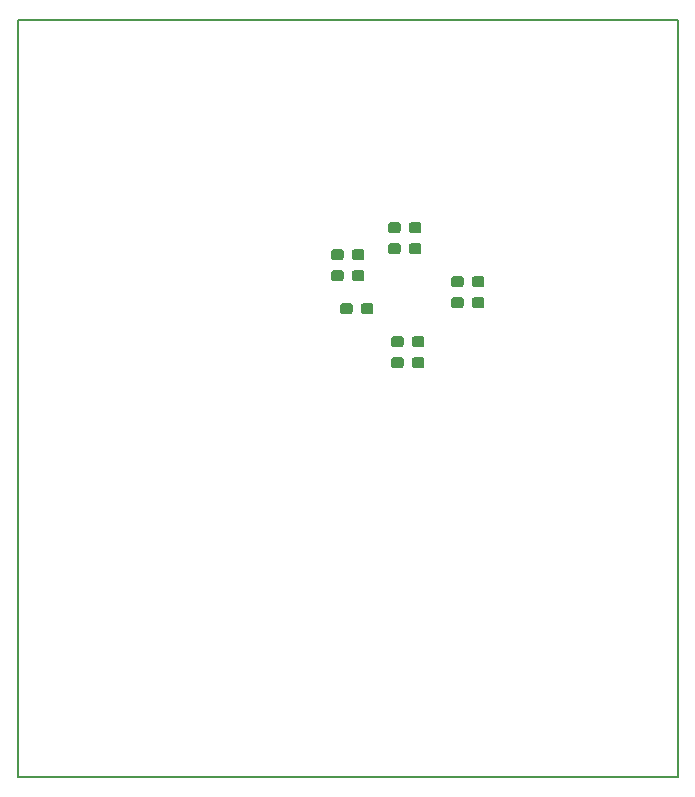
<source format=gbr>
%TF.GenerationSoftware,KiCad,Pcbnew,(5.0.2)-1*%
%TF.CreationDate,2019-02-18T18:23:53-07:00*%
%TF.ProjectId,ParkingSystem,5061726b-696e-4675-9379-7374656d2e6b,v01*%
%TF.SameCoordinates,Original*%
%TF.FileFunction,Paste,Bot*%
%TF.FilePolarity,Positive*%
%FSLAX46Y46*%
G04 Gerber Fmt 4.6, Leading zero omitted, Abs format (unit mm)*
G04 Created by KiCad (PCBNEW (5.0.2)-1) date 2019-02-18 6:23:53 PM*
%MOMM*%
%LPD*%
G01*
G04 APERTURE LIST*
%ADD10C,0.200000*%
%ADD11C,0.150000*%
%ADD12C,0.950000*%
G04 APERTURE END LIST*
D10*
X124460000Y-99060000D02*
X68580000Y-99060000D01*
X124460000Y-35000000D02*
X124460000Y-99060000D01*
X68580000Y-35000000D02*
X124460000Y-35000000D01*
X68580000Y-99060000D02*
X68580000Y-35000000D01*
D11*
G36*
X95955779Y-56168144D02*
X95978834Y-56171563D01*
X96001443Y-56177227D01*
X96023387Y-56185079D01*
X96044457Y-56195044D01*
X96064448Y-56207026D01*
X96083168Y-56220910D01*
X96100438Y-56236562D01*
X96116090Y-56253832D01*
X96129974Y-56272552D01*
X96141956Y-56292543D01*
X96151921Y-56313613D01*
X96159773Y-56335557D01*
X96165437Y-56358166D01*
X96168856Y-56381221D01*
X96170000Y-56404500D01*
X96170000Y-56879500D01*
X96168856Y-56902779D01*
X96165437Y-56925834D01*
X96159773Y-56948443D01*
X96151921Y-56970387D01*
X96141956Y-56991457D01*
X96129974Y-57011448D01*
X96116090Y-57030168D01*
X96100438Y-57047438D01*
X96083168Y-57063090D01*
X96064448Y-57076974D01*
X96044457Y-57088956D01*
X96023387Y-57098921D01*
X96001443Y-57106773D01*
X95978834Y-57112437D01*
X95955779Y-57115856D01*
X95932500Y-57117000D01*
X95357500Y-57117000D01*
X95334221Y-57115856D01*
X95311166Y-57112437D01*
X95288557Y-57106773D01*
X95266613Y-57098921D01*
X95245543Y-57088956D01*
X95225552Y-57076974D01*
X95206832Y-57063090D01*
X95189562Y-57047438D01*
X95173910Y-57030168D01*
X95160026Y-57011448D01*
X95148044Y-56991457D01*
X95138079Y-56970387D01*
X95130227Y-56948443D01*
X95124563Y-56925834D01*
X95121144Y-56902779D01*
X95120000Y-56879500D01*
X95120000Y-56404500D01*
X95121144Y-56381221D01*
X95124563Y-56358166D01*
X95130227Y-56335557D01*
X95138079Y-56313613D01*
X95148044Y-56292543D01*
X95160026Y-56272552D01*
X95173910Y-56253832D01*
X95189562Y-56236562D01*
X95206832Y-56220910D01*
X95225552Y-56207026D01*
X95245543Y-56195044D01*
X95266613Y-56185079D01*
X95288557Y-56177227D01*
X95311166Y-56171563D01*
X95334221Y-56168144D01*
X95357500Y-56167000D01*
X95932500Y-56167000D01*
X95955779Y-56168144D01*
X95955779Y-56168144D01*
G37*
D12*
X95645000Y-56642000D03*
D11*
G36*
X97705779Y-56168144D02*
X97728834Y-56171563D01*
X97751443Y-56177227D01*
X97773387Y-56185079D01*
X97794457Y-56195044D01*
X97814448Y-56207026D01*
X97833168Y-56220910D01*
X97850438Y-56236562D01*
X97866090Y-56253832D01*
X97879974Y-56272552D01*
X97891956Y-56292543D01*
X97901921Y-56313613D01*
X97909773Y-56335557D01*
X97915437Y-56358166D01*
X97918856Y-56381221D01*
X97920000Y-56404500D01*
X97920000Y-56879500D01*
X97918856Y-56902779D01*
X97915437Y-56925834D01*
X97909773Y-56948443D01*
X97901921Y-56970387D01*
X97891956Y-56991457D01*
X97879974Y-57011448D01*
X97866090Y-57030168D01*
X97850438Y-57047438D01*
X97833168Y-57063090D01*
X97814448Y-57076974D01*
X97794457Y-57088956D01*
X97773387Y-57098921D01*
X97751443Y-57106773D01*
X97728834Y-57112437D01*
X97705779Y-57115856D01*
X97682500Y-57117000D01*
X97107500Y-57117000D01*
X97084221Y-57115856D01*
X97061166Y-57112437D01*
X97038557Y-57106773D01*
X97016613Y-57098921D01*
X96995543Y-57088956D01*
X96975552Y-57076974D01*
X96956832Y-57063090D01*
X96939562Y-57047438D01*
X96923910Y-57030168D01*
X96910026Y-57011448D01*
X96898044Y-56991457D01*
X96888079Y-56970387D01*
X96880227Y-56948443D01*
X96874563Y-56925834D01*
X96871144Y-56902779D01*
X96870000Y-56879500D01*
X96870000Y-56404500D01*
X96871144Y-56381221D01*
X96874563Y-56358166D01*
X96880227Y-56335557D01*
X96888079Y-56313613D01*
X96898044Y-56292543D01*
X96910026Y-56272552D01*
X96923910Y-56253832D01*
X96939562Y-56236562D01*
X96956832Y-56220910D01*
X96975552Y-56207026D01*
X96995543Y-56195044D01*
X97016613Y-56185079D01*
X97038557Y-56177227D01*
X97061166Y-56171563D01*
X97084221Y-56168144D01*
X97107500Y-56167000D01*
X97682500Y-56167000D01*
X97705779Y-56168144D01*
X97705779Y-56168144D01*
G37*
D12*
X97395000Y-56642000D03*
D11*
G36*
X101035779Y-63534144D02*
X101058834Y-63537563D01*
X101081443Y-63543227D01*
X101103387Y-63551079D01*
X101124457Y-63561044D01*
X101144448Y-63573026D01*
X101163168Y-63586910D01*
X101180438Y-63602562D01*
X101196090Y-63619832D01*
X101209974Y-63638552D01*
X101221956Y-63658543D01*
X101231921Y-63679613D01*
X101239773Y-63701557D01*
X101245437Y-63724166D01*
X101248856Y-63747221D01*
X101250000Y-63770500D01*
X101250000Y-64245500D01*
X101248856Y-64268779D01*
X101245437Y-64291834D01*
X101239773Y-64314443D01*
X101231921Y-64336387D01*
X101221956Y-64357457D01*
X101209974Y-64377448D01*
X101196090Y-64396168D01*
X101180438Y-64413438D01*
X101163168Y-64429090D01*
X101144448Y-64442974D01*
X101124457Y-64454956D01*
X101103387Y-64464921D01*
X101081443Y-64472773D01*
X101058834Y-64478437D01*
X101035779Y-64481856D01*
X101012500Y-64483000D01*
X100437500Y-64483000D01*
X100414221Y-64481856D01*
X100391166Y-64478437D01*
X100368557Y-64472773D01*
X100346613Y-64464921D01*
X100325543Y-64454956D01*
X100305552Y-64442974D01*
X100286832Y-64429090D01*
X100269562Y-64413438D01*
X100253910Y-64396168D01*
X100240026Y-64377448D01*
X100228044Y-64357457D01*
X100218079Y-64336387D01*
X100210227Y-64314443D01*
X100204563Y-64291834D01*
X100201144Y-64268779D01*
X100200000Y-64245500D01*
X100200000Y-63770500D01*
X100201144Y-63747221D01*
X100204563Y-63724166D01*
X100210227Y-63701557D01*
X100218079Y-63679613D01*
X100228044Y-63658543D01*
X100240026Y-63638552D01*
X100253910Y-63619832D01*
X100269562Y-63602562D01*
X100286832Y-63586910D01*
X100305552Y-63573026D01*
X100325543Y-63561044D01*
X100346613Y-63551079D01*
X100368557Y-63543227D01*
X100391166Y-63537563D01*
X100414221Y-63534144D01*
X100437500Y-63533000D01*
X101012500Y-63533000D01*
X101035779Y-63534144D01*
X101035779Y-63534144D01*
G37*
D12*
X100725000Y-64008000D03*
D11*
G36*
X102785779Y-63534144D02*
X102808834Y-63537563D01*
X102831443Y-63543227D01*
X102853387Y-63551079D01*
X102874457Y-63561044D01*
X102894448Y-63573026D01*
X102913168Y-63586910D01*
X102930438Y-63602562D01*
X102946090Y-63619832D01*
X102959974Y-63638552D01*
X102971956Y-63658543D01*
X102981921Y-63679613D01*
X102989773Y-63701557D01*
X102995437Y-63724166D01*
X102998856Y-63747221D01*
X103000000Y-63770500D01*
X103000000Y-64245500D01*
X102998856Y-64268779D01*
X102995437Y-64291834D01*
X102989773Y-64314443D01*
X102981921Y-64336387D01*
X102971956Y-64357457D01*
X102959974Y-64377448D01*
X102946090Y-64396168D01*
X102930438Y-64413438D01*
X102913168Y-64429090D01*
X102894448Y-64442974D01*
X102874457Y-64454956D01*
X102853387Y-64464921D01*
X102831443Y-64472773D01*
X102808834Y-64478437D01*
X102785779Y-64481856D01*
X102762500Y-64483000D01*
X102187500Y-64483000D01*
X102164221Y-64481856D01*
X102141166Y-64478437D01*
X102118557Y-64472773D01*
X102096613Y-64464921D01*
X102075543Y-64454956D01*
X102055552Y-64442974D01*
X102036832Y-64429090D01*
X102019562Y-64413438D01*
X102003910Y-64396168D01*
X101990026Y-64377448D01*
X101978044Y-64357457D01*
X101968079Y-64336387D01*
X101960227Y-64314443D01*
X101954563Y-64291834D01*
X101951144Y-64268779D01*
X101950000Y-64245500D01*
X101950000Y-63770500D01*
X101951144Y-63747221D01*
X101954563Y-63724166D01*
X101960227Y-63701557D01*
X101968079Y-63679613D01*
X101978044Y-63658543D01*
X101990026Y-63638552D01*
X102003910Y-63619832D01*
X102019562Y-63602562D01*
X102036832Y-63586910D01*
X102055552Y-63573026D01*
X102075543Y-63561044D01*
X102096613Y-63551079D01*
X102118557Y-63543227D01*
X102141166Y-63537563D01*
X102164221Y-63534144D01*
X102187500Y-63533000D01*
X102762500Y-63533000D01*
X102785779Y-63534144D01*
X102785779Y-63534144D01*
G37*
D12*
X102475000Y-64008000D03*
D11*
G36*
X106115779Y-56676144D02*
X106138834Y-56679563D01*
X106161443Y-56685227D01*
X106183387Y-56693079D01*
X106204457Y-56703044D01*
X106224448Y-56715026D01*
X106243168Y-56728910D01*
X106260438Y-56744562D01*
X106276090Y-56761832D01*
X106289974Y-56780552D01*
X106301956Y-56800543D01*
X106311921Y-56821613D01*
X106319773Y-56843557D01*
X106325437Y-56866166D01*
X106328856Y-56889221D01*
X106330000Y-56912500D01*
X106330000Y-57387500D01*
X106328856Y-57410779D01*
X106325437Y-57433834D01*
X106319773Y-57456443D01*
X106311921Y-57478387D01*
X106301956Y-57499457D01*
X106289974Y-57519448D01*
X106276090Y-57538168D01*
X106260438Y-57555438D01*
X106243168Y-57571090D01*
X106224448Y-57584974D01*
X106204457Y-57596956D01*
X106183387Y-57606921D01*
X106161443Y-57614773D01*
X106138834Y-57620437D01*
X106115779Y-57623856D01*
X106092500Y-57625000D01*
X105517500Y-57625000D01*
X105494221Y-57623856D01*
X105471166Y-57620437D01*
X105448557Y-57614773D01*
X105426613Y-57606921D01*
X105405543Y-57596956D01*
X105385552Y-57584974D01*
X105366832Y-57571090D01*
X105349562Y-57555438D01*
X105333910Y-57538168D01*
X105320026Y-57519448D01*
X105308044Y-57499457D01*
X105298079Y-57478387D01*
X105290227Y-57456443D01*
X105284563Y-57433834D01*
X105281144Y-57410779D01*
X105280000Y-57387500D01*
X105280000Y-56912500D01*
X105281144Y-56889221D01*
X105284563Y-56866166D01*
X105290227Y-56843557D01*
X105298079Y-56821613D01*
X105308044Y-56800543D01*
X105320026Y-56780552D01*
X105333910Y-56761832D01*
X105349562Y-56744562D01*
X105366832Y-56728910D01*
X105385552Y-56715026D01*
X105405543Y-56703044D01*
X105426613Y-56693079D01*
X105448557Y-56685227D01*
X105471166Y-56679563D01*
X105494221Y-56676144D01*
X105517500Y-56675000D01*
X106092500Y-56675000D01*
X106115779Y-56676144D01*
X106115779Y-56676144D01*
G37*
D12*
X105805000Y-57150000D03*
D11*
G36*
X107865779Y-56676144D02*
X107888834Y-56679563D01*
X107911443Y-56685227D01*
X107933387Y-56693079D01*
X107954457Y-56703044D01*
X107974448Y-56715026D01*
X107993168Y-56728910D01*
X108010438Y-56744562D01*
X108026090Y-56761832D01*
X108039974Y-56780552D01*
X108051956Y-56800543D01*
X108061921Y-56821613D01*
X108069773Y-56843557D01*
X108075437Y-56866166D01*
X108078856Y-56889221D01*
X108080000Y-56912500D01*
X108080000Y-57387500D01*
X108078856Y-57410779D01*
X108075437Y-57433834D01*
X108069773Y-57456443D01*
X108061921Y-57478387D01*
X108051956Y-57499457D01*
X108039974Y-57519448D01*
X108026090Y-57538168D01*
X108010438Y-57555438D01*
X107993168Y-57571090D01*
X107974448Y-57584974D01*
X107954457Y-57596956D01*
X107933387Y-57606921D01*
X107911443Y-57614773D01*
X107888834Y-57620437D01*
X107865779Y-57623856D01*
X107842500Y-57625000D01*
X107267500Y-57625000D01*
X107244221Y-57623856D01*
X107221166Y-57620437D01*
X107198557Y-57614773D01*
X107176613Y-57606921D01*
X107155543Y-57596956D01*
X107135552Y-57584974D01*
X107116832Y-57571090D01*
X107099562Y-57555438D01*
X107083910Y-57538168D01*
X107070026Y-57519448D01*
X107058044Y-57499457D01*
X107048079Y-57478387D01*
X107040227Y-57456443D01*
X107034563Y-57433834D01*
X107031144Y-57410779D01*
X107030000Y-57387500D01*
X107030000Y-56912500D01*
X107031144Y-56889221D01*
X107034563Y-56866166D01*
X107040227Y-56843557D01*
X107048079Y-56821613D01*
X107058044Y-56800543D01*
X107070026Y-56780552D01*
X107083910Y-56761832D01*
X107099562Y-56744562D01*
X107116832Y-56728910D01*
X107135552Y-56715026D01*
X107155543Y-56703044D01*
X107176613Y-56693079D01*
X107198557Y-56685227D01*
X107221166Y-56679563D01*
X107244221Y-56676144D01*
X107267500Y-56675000D01*
X107842500Y-56675000D01*
X107865779Y-56676144D01*
X107865779Y-56676144D01*
G37*
D12*
X107555000Y-57150000D03*
D11*
G36*
X101035779Y-61756144D02*
X101058834Y-61759563D01*
X101081443Y-61765227D01*
X101103387Y-61773079D01*
X101124457Y-61783044D01*
X101144448Y-61795026D01*
X101163168Y-61808910D01*
X101180438Y-61824562D01*
X101196090Y-61841832D01*
X101209974Y-61860552D01*
X101221956Y-61880543D01*
X101231921Y-61901613D01*
X101239773Y-61923557D01*
X101245437Y-61946166D01*
X101248856Y-61969221D01*
X101250000Y-61992500D01*
X101250000Y-62467500D01*
X101248856Y-62490779D01*
X101245437Y-62513834D01*
X101239773Y-62536443D01*
X101231921Y-62558387D01*
X101221956Y-62579457D01*
X101209974Y-62599448D01*
X101196090Y-62618168D01*
X101180438Y-62635438D01*
X101163168Y-62651090D01*
X101144448Y-62664974D01*
X101124457Y-62676956D01*
X101103387Y-62686921D01*
X101081443Y-62694773D01*
X101058834Y-62700437D01*
X101035779Y-62703856D01*
X101012500Y-62705000D01*
X100437500Y-62705000D01*
X100414221Y-62703856D01*
X100391166Y-62700437D01*
X100368557Y-62694773D01*
X100346613Y-62686921D01*
X100325543Y-62676956D01*
X100305552Y-62664974D01*
X100286832Y-62651090D01*
X100269562Y-62635438D01*
X100253910Y-62618168D01*
X100240026Y-62599448D01*
X100228044Y-62579457D01*
X100218079Y-62558387D01*
X100210227Y-62536443D01*
X100204563Y-62513834D01*
X100201144Y-62490779D01*
X100200000Y-62467500D01*
X100200000Y-61992500D01*
X100201144Y-61969221D01*
X100204563Y-61946166D01*
X100210227Y-61923557D01*
X100218079Y-61901613D01*
X100228044Y-61880543D01*
X100240026Y-61860552D01*
X100253910Y-61841832D01*
X100269562Y-61824562D01*
X100286832Y-61808910D01*
X100305552Y-61795026D01*
X100325543Y-61783044D01*
X100346613Y-61773079D01*
X100368557Y-61765227D01*
X100391166Y-61759563D01*
X100414221Y-61756144D01*
X100437500Y-61755000D01*
X101012500Y-61755000D01*
X101035779Y-61756144D01*
X101035779Y-61756144D01*
G37*
D12*
X100725000Y-62230000D03*
D11*
G36*
X102785779Y-61756144D02*
X102808834Y-61759563D01*
X102831443Y-61765227D01*
X102853387Y-61773079D01*
X102874457Y-61783044D01*
X102894448Y-61795026D01*
X102913168Y-61808910D01*
X102930438Y-61824562D01*
X102946090Y-61841832D01*
X102959974Y-61860552D01*
X102971956Y-61880543D01*
X102981921Y-61901613D01*
X102989773Y-61923557D01*
X102995437Y-61946166D01*
X102998856Y-61969221D01*
X103000000Y-61992500D01*
X103000000Y-62467500D01*
X102998856Y-62490779D01*
X102995437Y-62513834D01*
X102989773Y-62536443D01*
X102981921Y-62558387D01*
X102971956Y-62579457D01*
X102959974Y-62599448D01*
X102946090Y-62618168D01*
X102930438Y-62635438D01*
X102913168Y-62651090D01*
X102894448Y-62664974D01*
X102874457Y-62676956D01*
X102853387Y-62686921D01*
X102831443Y-62694773D01*
X102808834Y-62700437D01*
X102785779Y-62703856D01*
X102762500Y-62705000D01*
X102187500Y-62705000D01*
X102164221Y-62703856D01*
X102141166Y-62700437D01*
X102118557Y-62694773D01*
X102096613Y-62686921D01*
X102075543Y-62676956D01*
X102055552Y-62664974D01*
X102036832Y-62651090D01*
X102019562Y-62635438D01*
X102003910Y-62618168D01*
X101990026Y-62599448D01*
X101978044Y-62579457D01*
X101968079Y-62558387D01*
X101960227Y-62536443D01*
X101954563Y-62513834D01*
X101951144Y-62490779D01*
X101950000Y-62467500D01*
X101950000Y-61992500D01*
X101951144Y-61969221D01*
X101954563Y-61946166D01*
X101960227Y-61923557D01*
X101968079Y-61901613D01*
X101978044Y-61880543D01*
X101990026Y-61860552D01*
X102003910Y-61841832D01*
X102019562Y-61824562D01*
X102036832Y-61808910D01*
X102055552Y-61795026D01*
X102075543Y-61783044D01*
X102096613Y-61773079D01*
X102118557Y-61765227D01*
X102141166Y-61759563D01*
X102164221Y-61756144D01*
X102187500Y-61755000D01*
X102762500Y-61755000D01*
X102785779Y-61756144D01*
X102785779Y-61756144D01*
G37*
D12*
X102475000Y-62230000D03*
D11*
G36*
X106115779Y-58454144D02*
X106138834Y-58457563D01*
X106161443Y-58463227D01*
X106183387Y-58471079D01*
X106204457Y-58481044D01*
X106224448Y-58493026D01*
X106243168Y-58506910D01*
X106260438Y-58522562D01*
X106276090Y-58539832D01*
X106289974Y-58558552D01*
X106301956Y-58578543D01*
X106311921Y-58599613D01*
X106319773Y-58621557D01*
X106325437Y-58644166D01*
X106328856Y-58667221D01*
X106330000Y-58690500D01*
X106330000Y-59165500D01*
X106328856Y-59188779D01*
X106325437Y-59211834D01*
X106319773Y-59234443D01*
X106311921Y-59256387D01*
X106301956Y-59277457D01*
X106289974Y-59297448D01*
X106276090Y-59316168D01*
X106260438Y-59333438D01*
X106243168Y-59349090D01*
X106224448Y-59362974D01*
X106204457Y-59374956D01*
X106183387Y-59384921D01*
X106161443Y-59392773D01*
X106138834Y-59398437D01*
X106115779Y-59401856D01*
X106092500Y-59403000D01*
X105517500Y-59403000D01*
X105494221Y-59401856D01*
X105471166Y-59398437D01*
X105448557Y-59392773D01*
X105426613Y-59384921D01*
X105405543Y-59374956D01*
X105385552Y-59362974D01*
X105366832Y-59349090D01*
X105349562Y-59333438D01*
X105333910Y-59316168D01*
X105320026Y-59297448D01*
X105308044Y-59277457D01*
X105298079Y-59256387D01*
X105290227Y-59234443D01*
X105284563Y-59211834D01*
X105281144Y-59188779D01*
X105280000Y-59165500D01*
X105280000Y-58690500D01*
X105281144Y-58667221D01*
X105284563Y-58644166D01*
X105290227Y-58621557D01*
X105298079Y-58599613D01*
X105308044Y-58578543D01*
X105320026Y-58558552D01*
X105333910Y-58539832D01*
X105349562Y-58522562D01*
X105366832Y-58506910D01*
X105385552Y-58493026D01*
X105405543Y-58481044D01*
X105426613Y-58471079D01*
X105448557Y-58463227D01*
X105471166Y-58457563D01*
X105494221Y-58454144D01*
X105517500Y-58453000D01*
X106092500Y-58453000D01*
X106115779Y-58454144D01*
X106115779Y-58454144D01*
G37*
D12*
X105805000Y-58928000D03*
D11*
G36*
X107865779Y-58454144D02*
X107888834Y-58457563D01*
X107911443Y-58463227D01*
X107933387Y-58471079D01*
X107954457Y-58481044D01*
X107974448Y-58493026D01*
X107993168Y-58506910D01*
X108010438Y-58522562D01*
X108026090Y-58539832D01*
X108039974Y-58558552D01*
X108051956Y-58578543D01*
X108061921Y-58599613D01*
X108069773Y-58621557D01*
X108075437Y-58644166D01*
X108078856Y-58667221D01*
X108080000Y-58690500D01*
X108080000Y-59165500D01*
X108078856Y-59188779D01*
X108075437Y-59211834D01*
X108069773Y-59234443D01*
X108061921Y-59256387D01*
X108051956Y-59277457D01*
X108039974Y-59297448D01*
X108026090Y-59316168D01*
X108010438Y-59333438D01*
X107993168Y-59349090D01*
X107974448Y-59362974D01*
X107954457Y-59374956D01*
X107933387Y-59384921D01*
X107911443Y-59392773D01*
X107888834Y-59398437D01*
X107865779Y-59401856D01*
X107842500Y-59403000D01*
X107267500Y-59403000D01*
X107244221Y-59401856D01*
X107221166Y-59398437D01*
X107198557Y-59392773D01*
X107176613Y-59384921D01*
X107155543Y-59374956D01*
X107135552Y-59362974D01*
X107116832Y-59349090D01*
X107099562Y-59333438D01*
X107083910Y-59316168D01*
X107070026Y-59297448D01*
X107058044Y-59277457D01*
X107048079Y-59256387D01*
X107040227Y-59234443D01*
X107034563Y-59211834D01*
X107031144Y-59188779D01*
X107030000Y-59165500D01*
X107030000Y-58690500D01*
X107031144Y-58667221D01*
X107034563Y-58644166D01*
X107040227Y-58621557D01*
X107048079Y-58599613D01*
X107058044Y-58578543D01*
X107070026Y-58558552D01*
X107083910Y-58539832D01*
X107099562Y-58522562D01*
X107116832Y-58506910D01*
X107135552Y-58493026D01*
X107155543Y-58481044D01*
X107176613Y-58471079D01*
X107198557Y-58463227D01*
X107221166Y-58457563D01*
X107244221Y-58454144D01*
X107267500Y-58453000D01*
X107842500Y-58453000D01*
X107865779Y-58454144D01*
X107865779Y-58454144D01*
G37*
D12*
X107555000Y-58928000D03*
D11*
G36*
X95955779Y-54390144D02*
X95978834Y-54393563D01*
X96001443Y-54399227D01*
X96023387Y-54407079D01*
X96044457Y-54417044D01*
X96064448Y-54429026D01*
X96083168Y-54442910D01*
X96100438Y-54458562D01*
X96116090Y-54475832D01*
X96129974Y-54494552D01*
X96141956Y-54514543D01*
X96151921Y-54535613D01*
X96159773Y-54557557D01*
X96165437Y-54580166D01*
X96168856Y-54603221D01*
X96170000Y-54626500D01*
X96170000Y-55101500D01*
X96168856Y-55124779D01*
X96165437Y-55147834D01*
X96159773Y-55170443D01*
X96151921Y-55192387D01*
X96141956Y-55213457D01*
X96129974Y-55233448D01*
X96116090Y-55252168D01*
X96100438Y-55269438D01*
X96083168Y-55285090D01*
X96064448Y-55298974D01*
X96044457Y-55310956D01*
X96023387Y-55320921D01*
X96001443Y-55328773D01*
X95978834Y-55334437D01*
X95955779Y-55337856D01*
X95932500Y-55339000D01*
X95357500Y-55339000D01*
X95334221Y-55337856D01*
X95311166Y-55334437D01*
X95288557Y-55328773D01*
X95266613Y-55320921D01*
X95245543Y-55310956D01*
X95225552Y-55298974D01*
X95206832Y-55285090D01*
X95189562Y-55269438D01*
X95173910Y-55252168D01*
X95160026Y-55233448D01*
X95148044Y-55213457D01*
X95138079Y-55192387D01*
X95130227Y-55170443D01*
X95124563Y-55147834D01*
X95121144Y-55124779D01*
X95120000Y-55101500D01*
X95120000Y-54626500D01*
X95121144Y-54603221D01*
X95124563Y-54580166D01*
X95130227Y-54557557D01*
X95138079Y-54535613D01*
X95148044Y-54514543D01*
X95160026Y-54494552D01*
X95173910Y-54475832D01*
X95189562Y-54458562D01*
X95206832Y-54442910D01*
X95225552Y-54429026D01*
X95245543Y-54417044D01*
X95266613Y-54407079D01*
X95288557Y-54399227D01*
X95311166Y-54393563D01*
X95334221Y-54390144D01*
X95357500Y-54389000D01*
X95932500Y-54389000D01*
X95955779Y-54390144D01*
X95955779Y-54390144D01*
G37*
D12*
X95645000Y-54864000D03*
D11*
G36*
X97705779Y-54390144D02*
X97728834Y-54393563D01*
X97751443Y-54399227D01*
X97773387Y-54407079D01*
X97794457Y-54417044D01*
X97814448Y-54429026D01*
X97833168Y-54442910D01*
X97850438Y-54458562D01*
X97866090Y-54475832D01*
X97879974Y-54494552D01*
X97891956Y-54514543D01*
X97901921Y-54535613D01*
X97909773Y-54557557D01*
X97915437Y-54580166D01*
X97918856Y-54603221D01*
X97920000Y-54626500D01*
X97920000Y-55101500D01*
X97918856Y-55124779D01*
X97915437Y-55147834D01*
X97909773Y-55170443D01*
X97901921Y-55192387D01*
X97891956Y-55213457D01*
X97879974Y-55233448D01*
X97866090Y-55252168D01*
X97850438Y-55269438D01*
X97833168Y-55285090D01*
X97814448Y-55298974D01*
X97794457Y-55310956D01*
X97773387Y-55320921D01*
X97751443Y-55328773D01*
X97728834Y-55334437D01*
X97705779Y-55337856D01*
X97682500Y-55339000D01*
X97107500Y-55339000D01*
X97084221Y-55337856D01*
X97061166Y-55334437D01*
X97038557Y-55328773D01*
X97016613Y-55320921D01*
X96995543Y-55310956D01*
X96975552Y-55298974D01*
X96956832Y-55285090D01*
X96939562Y-55269438D01*
X96923910Y-55252168D01*
X96910026Y-55233448D01*
X96898044Y-55213457D01*
X96888079Y-55192387D01*
X96880227Y-55170443D01*
X96874563Y-55147834D01*
X96871144Y-55124779D01*
X96870000Y-55101500D01*
X96870000Y-54626500D01*
X96871144Y-54603221D01*
X96874563Y-54580166D01*
X96880227Y-54557557D01*
X96888079Y-54535613D01*
X96898044Y-54514543D01*
X96910026Y-54494552D01*
X96923910Y-54475832D01*
X96939562Y-54458562D01*
X96956832Y-54442910D01*
X96975552Y-54429026D01*
X96995543Y-54417044D01*
X97016613Y-54407079D01*
X97038557Y-54399227D01*
X97061166Y-54393563D01*
X97084221Y-54390144D01*
X97107500Y-54389000D01*
X97682500Y-54389000D01*
X97705779Y-54390144D01*
X97705779Y-54390144D01*
G37*
D12*
X97395000Y-54864000D03*
D11*
G36*
X100781779Y-52104144D02*
X100804834Y-52107563D01*
X100827443Y-52113227D01*
X100849387Y-52121079D01*
X100870457Y-52131044D01*
X100890448Y-52143026D01*
X100909168Y-52156910D01*
X100926438Y-52172562D01*
X100942090Y-52189832D01*
X100955974Y-52208552D01*
X100967956Y-52228543D01*
X100977921Y-52249613D01*
X100985773Y-52271557D01*
X100991437Y-52294166D01*
X100994856Y-52317221D01*
X100996000Y-52340500D01*
X100996000Y-52815500D01*
X100994856Y-52838779D01*
X100991437Y-52861834D01*
X100985773Y-52884443D01*
X100977921Y-52906387D01*
X100967956Y-52927457D01*
X100955974Y-52947448D01*
X100942090Y-52966168D01*
X100926438Y-52983438D01*
X100909168Y-52999090D01*
X100890448Y-53012974D01*
X100870457Y-53024956D01*
X100849387Y-53034921D01*
X100827443Y-53042773D01*
X100804834Y-53048437D01*
X100781779Y-53051856D01*
X100758500Y-53053000D01*
X100183500Y-53053000D01*
X100160221Y-53051856D01*
X100137166Y-53048437D01*
X100114557Y-53042773D01*
X100092613Y-53034921D01*
X100071543Y-53024956D01*
X100051552Y-53012974D01*
X100032832Y-52999090D01*
X100015562Y-52983438D01*
X99999910Y-52966168D01*
X99986026Y-52947448D01*
X99974044Y-52927457D01*
X99964079Y-52906387D01*
X99956227Y-52884443D01*
X99950563Y-52861834D01*
X99947144Y-52838779D01*
X99946000Y-52815500D01*
X99946000Y-52340500D01*
X99947144Y-52317221D01*
X99950563Y-52294166D01*
X99956227Y-52271557D01*
X99964079Y-52249613D01*
X99974044Y-52228543D01*
X99986026Y-52208552D01*
X99999910Y-52189832D01*
X100015562Y-52172562D01*
X100032832Y-52156910D01*
X100051552Y-52143026D01*
X100071543Y-52131044D01*
X100092613Y-52121079D01*
X100114557Y-52113227D01*
X100137166Y-52107563D01*
X100160221Y-52104144D01*
X100183500Y-52103000D01*
X100758500Y-52103000D01*
X100781779Y-52104144D01*
X100781779Y-52104144D01*
G37*
D12*
X100471000Y-52578000D03*
D11*
G36*
X102531779Y-52104144D02*
X102554834Y-52107563D01*
X102577443Y-52113227D01*
X102599387Y-52121079D01*
X102620457Y-52131044D01*
X102640448Y-52143026D01*
X102659168Y-52156910D01*
X102676438Y-52172562D01*
X102692090Y-52189832D01*
X102705974Y-52208552D01*
X102717956Y-52228543D01*
X102727921Y-52249613D01*
X102735773Y-52271557D01*
X102741437Y-52294166D01*
X102744856Y-52317221D01*
X102746000Y-52340500D01*
X102746000Y-52815500D01*
X102744856Y-52838779D01*
X102741437Y-52861834D01*
X102735773Y-52884443D01*
X102727921Y-52906387D01*
X102717956Y-52927457D01*
X102705974Y-52947448D01*
X102692090Y-52966168D01*
X102676438Y-52983438D01*
X102659168Y-52999090D01*
X102640448Y-53012974D01*
X102620457Y-53024956D01*
X102599387Y-53034921D01*
X102577443Y-53042773D01*
X102554834Y-53048437D01*
X102531779Y-53051856D01*
X102508500Y-53053000D01*
X101933500Y-53053000D01*
X101910221Y-53051856D01*
X101887166Y-53048437D01*
X101864557Y-53042773D01*
X101842613Y-53034921D01*
X101821543Y-53024956D01*
X101801552Y-53012974D01*
X101782832Y-52999090D01*
X101765562Y-52983438D01*
X101749910Y-52966168D01*
X101736026Y-52947448D01*
X101724044Y-52927457D01*
X101714079Y-52906387D01*
X101706227Y-52884443D01*
X101700563Y-52861834D01*
X101697144Y-52838779D01*
X101696000Y-52815500D01*
X101696000Y-52340500D01*
X101697144Y-52317221D01*
X101700563Y-52294166D01*
X101706227Y-52271557D01*
X101714079Y-52249613D01*
X101724044Y-52228543D01*
X101736026Y-52208552D01*
X101749910Y-52189832D01*
X101765562Y-52172562D01*
X101782832Y-52156910D01*
X101801552Y-52143026D01*
X101821543Y-52131044D01*
X101842613Y-52121079D01*
X101864557Y-52113227D01*
X101887166Y-52107563D01*
X101910221Y-52104144D01*
X101933500Y-52103000D01*
X102508500Y-52103000D01*
X102531779Y-52104144D01*
X102531779Y-52104144D01*
G37*
D12*
X102221000Y-52578000D03*
D11*
G36*
X100781779Y-53882144D02*
X100804834Y-53885563D01*
X100827443Y-53891227D01*
X100849387Y-53899079D01*
X100870457Y-53909044D01*
X100890448Y-53921026D01*
X100909168Y-53934910D01*
X100926438Y-53950562D01*
X100942090Y-53967832D01*
X100955974Y-53986552D01*
X100967956Y-54006543D01*
X100977921Y-54027613D01*
X100985773Y-54049557D01*
X100991437Y-54072166D01*
X100994856Y-54095221D01*
X100996000Y-54118500D01*
X100996000Y-54593500D01*
X100994856Y-54616779D01*
X100991437Y-54639834D01*
X100985773Y-54662443D01*
X100977921Y-54684387D01*
X100967956Y-54705457D01*
X100955974Y-54725448D01*
X100942090Y-54744168D01*
X100926438Y-54761438D01*
X100909168Y-54777090D01*
X100890448Y-54790974D01*
X100870457Y-54802956D01*
X100849387Y-54812921D01*
X100827443Y-54820773D01*
X100804834Y-54826437D01*
X100781779Y-54829856D01*
X100758500Y-54831000D01*
X100183500Y-54831000D01*
X100160221Y-54829856D01*
X100137166Y-54826437D01*
X100114557Y-54820773D01*
X100092613Y-54812921D01*
X100071543Y-54802956D01*
X100051552Y-54790974D01*
X100032832Y-54777090D01*
X100015562Y-54761438D01*
X99999910Y-54744168D01*
X99986026Y-54725448D01*
X99974044Y-54705457D01*
X99964079Y-54684387D01*
X99956227Y-54662443D01*
X99950563Y-54639834D01*
X99947144Y-54616779D01*
X99946000Y-54593500D01*
X99946000Y-54118500D01*
X99947144Y-54095221D01*
X99950563Y-54072166D01*
X99956227Y-54049557D01*
X99964079Y-54027613D01*
X99974044Y-54006543D01*
X99986026Y-53986552D01*
X99999910Y-53967832D01*
X100015562Y-53950562D01*
X100032832Y-53934910D01*
X100051552Y-53921026D01*
X100071543Y-53909044D01*
X100092613Y-53899079D01*
X100114557Y-53891227D01*
X100137166Y-53885563D01*
X100160221Y-53882144D01*
X100183500Y-53881000D01*
X100758500Y-53881000D01*
X100781779Y-53882144D01*
X100781779Y-53882144D01*
G37*
D12*
X100471000Y-54356000D03*
D11*
G36*
X102531779Y-53882144D02*
X102554834Y-53885563D01*
X102577443Y-53891227D01*
X102599387Y-53899079D01*
X102620457Y-53909044D01*
X102640448Y-53921026D01*
X102659168Y-53934910D01*
X102676438Y-53950562D01*
X102692090Y-53967832D01*
X102705974Y-53986552D01*
X102717956Y-54006543D01*
X102727921Y-54027613D01*
X102735773Y-54049557D01*
X102741437Y-54072166D01*
X102744856Y-54095221D01*
X102746000Y-54118500D01*
X102746000Y-54593500D01*
X102744856Y-54616779D01*
X102741437Y-54639834D01*
X102735773Y-54662443D01*
X102727921Y-54684387D01*
X102717956Y-54705457D01*
X102705974Y-54725448D01*
X102692090Y-54744168D01*
X102676438Y-54761438D01*
X102659168Y-54777090D01*
X102640448Y-54790974D01*
X102620457Y-54802956D01*
X102599387Y-54812921D01*
X102577443Y-54820773D01*
X102554834Y-54826437D01*
X102531779Y-54829856D01*
X102508500Y-54831000D01*
X101933500Y-54831000D01*
X101910221Y-54829856D01*
X101887166Y-54826437D01*
X101864557Y-54820773D01*
X101842613Y-54812921D01*
X101821543Y-54802956D01*
X101801552Y-54790974D01*
X101782832Y-54777090D01*
X101765562Y-54761438D01*
X101749910Y-54744168D01*
X101736026Y-54725448D01*
X101724044Y-54705457D01*
X101714079Y-54684387D01*
X101706227Y-54662443D01*
X101700563Y-54639834D01*
X101697144Y-54616779D01*
X101696000Y-54593500D01*
X101696000Y-54118500D01*
X101697144Y-54095221D01*
X101700563Y-54072166D01*
X101706227Y-54049557D01*
X101714079Y-54027613D01*
X101724044Y-54006543D01*
X101736026Y-53986552D01*
X101749910Y-53967832D01*
X101765562Y-53950562D01*
X101782832Y-53934910D01*
X101801552Y-53921026D01*
X101821543Y-53909044D01*
X101842613Y-53899079D01*
X101864557Y-53891227D01*
X101887166Y-53885563D01*
X101910221Y-53882144D01*
X101933500Y-53881000D01*
X102508500Y-53881000D01*
X102531779Y-53882144D01*
X102531779Y-53882144D01*
G37*
D12*
X102221000Y-54356000D03*
D11*
G36*
X98467779Y-58962144D02*
X98490834Y-58965563D01*
X98513443Y-58971227D01*
X98535387Y-58979079D01*
X98556457Y-58989044D01*
X98576448Y-59001026D01*
X98595168Y-59014910D01*
X98612438Y-59030562D01*
X98628090Y-59047832D01*
X98641974Y-59066552D01*
X98653956Y-59086543D01*
X98663921Y-59107613D01*
X98671773Y-59129557D01*
X98677437Y-59152166D01*
X98680856Y-59175221D01*
X98682000Y-59198500D01*
X98682000Y-59673500D01*
X98680856Y-59696779D01*
X98677437Y-59719834D01*
X98671773Y-59742443D01*
X98663921Y-59764387D01*
X98653956Y-59785457D01*
X98641974Y-59805448D01*
X98628090Y-59824168D01*
X98612438Y-59841438D01*
X98595168Y-59857090D01*
X98576448Y-59870974D01*
X98556457Y-59882956D01*
X98535387Y-59892921D01*
X98513443Y-59900773D01*
X98490834Y-59906437D01*
X98467779Y-59909856D01*
X98444500Y-59911000D01*
X97869500Y-59911000D01*
X97846221Y-59909856D01*
X97823166Y-59906437D01*
X97800557Y-59900773D01*
X97778613Y-59892921D01*
X97757543Y-59882956D01*
X97737552Y-59870974D01*
X97718832Y-59857090D01*
X97701562Y-59841438D01*
X97685910Y-59824168D01*
X97672026Y-59805448D01*
X97660044Y-59785457D01*
X97650079Y-59764387D01*
X97642227Y-59742443D01*
X97636563Y-59719834D01*
X97633144Y-59696779D01*
X97632000Y-59673500D01*
X97632000Y-59198500D01*
X97633144Y-59175221D01*
X97636563Y-59152166D01*
X97642227Y-59129557D01*
X97650079Y-59107613D01*
X97660044Y-59086543D01*
X97672026Y-59066552D01*
X97685910Y-59047832D01*
X97701562Y-59030562D01*
X97718832Y-59014910D01*
X97737552Y-59001026D01*
X97757543Y-58989044D01*
X97778613Y-58979079D01*
X97800557Y-58971227D01*
X97823166Y-58965563D01*
X97846221Y-58962144D01*
X97869500Y-58961000D01*
X98444500Y-58961000D01*
X98467779Y-58962144D01*
X98467779Y-58962144D01*
G37*
D12*
X98157000Y-59436000D03*
D11*
G36*
X96717779Y-58962144D02*
X96740834Y-58965563D01*
X96763443Y-58971227D01*
X96785387Y-58979079D01*
X96806457Y-58989044D01*
X96826448Y-59001026D01*
X96845168Y-59014910D01*
X96862438Y-59030562D01*
X96878090Y-59047832D01*
X96891974Y-59066552D01*
X96903956Y-59086543D01*
X96913921Y-59107613D01*
X96921773Y-59129557D01*
X96927437Y-59152166D01*
X96930856Y-59175221D01*
X96932000Y-59198500D01*
X96932000Y-59673500D01*
X96930856Y-59696779D01*
X96927437Y-59719834D01*
X96921773Y-59742443D01*
X96913921Y-59764387D01*
X96903956Y-59785457D01*
X96891974Y-59805448D01*
X96878090Y-59824168D01*
X96862438Y-59841438D01*
X96845168Y-59857090D01*
X96826448Y-59870974D01*
X96806457Y-59882956D01*
X96785387Y-59892921D01*
X96763443Y-59900773D01*
X96740834Y-59906437D01*
X96717779Y-59909856D01*
X96694500Y-59911000D01*
X96119500Y-59911000D01*
X96096221Y-59909856D01*
X96073166Y-59906437D01*
X96050557Y-59900773D01*
X96028613Y-59892921D01*
X96007543Y-59882956D01*
X95987552Y-59870974D01*
X95968832Y-59857090D01*
X95951562Y-59841438D01*
X95935910Y-59824168D01*
X95922026Y-59805448D01*
X95910044Y-59785457D01*
X95900079Y-59764387D01*
X95892227Y-59742443D01*
X95886563Y-59719834D01*
X95883144Y-59696779D01*
X95882000Y-59673500D01*
X95882000Y-59198500D01*
X95883144Y-59175221D01*
X95886563Y-59152166D01*
X95892227Y-59129557D01*
X95900079Y-59107613D01*
X95910044Y-59086543D01*
X95922026Y-59066552D01*
X95935910Y-59047832D01*
X95951562Y-59030562D01*
X95968832Y-59014910D01*
X95987552Y-59001026D01*
X96007543Y-58989044D01*
X96028613Y-58979079D01*
X96050557Y-58971227D01*
X96073166Y-58965563D01*
X96096221Y-58962144D01*
X96119500Y-58961000D01*
X96694500Y-58961000D01*
X96717779Y-58962144D01*
X96717779Y-58962144D01*
G37*
D12*
X96407000Y-59436000D03*
M02*

</source>
